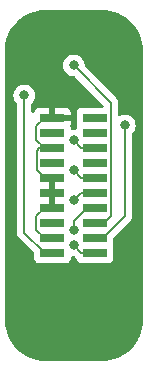
<source format=gbr>
%TF.GenerationSoftware,KiCad,Pcbnew,6.0.7-f9a2dced07~116~ubuntu22.04.1*%
%TF.CreationDate,2022-09-09T11:23:19-04:00*%
%TF.ProjectId,cti20-to-arm20-adapter,63746932-302d-4746-9f2d-61726d32302d,rev?*%
%TF.SameCoordinates,Original*%
%TF.FileFunction,Copper,L2,Bot*%
%TF.FilePolarity,Positive*%
%FSLAX46Y46*%
G04 Gerber Fmt 4.6, Leading zero omitted, Abs format (unit mm)*
G04 Created by KiCad (PCBNEW 6.0.7-f9a2dced07~116~ubuntu22.04.1) date 2022-09-09 11:23:19*
%MOMM*%
%LPD*%
G01*
G04 APERTURE LIST*
%TA.AperFunction,SMDPad,CuDef*%
%ADD10R,2.100000X0.750000*%
%TD*%
%TA.AperFunction,ViaPad*%
%ADD11C,0.800000*%
%TD*%
%TA.AperFunction,Conductor*%
%ADD12C,0.200000*%
%TD*%
G04 APERTURE END LIST*
D10*
%TO.P,J2,1,Pin_1*%
%TO.N,/TMS*%
X107972000Y-89535000D03*
%TO.P,J2,2,Pin_2*%
%TO.N,/TRST_N*%
X104372000Y-89535000D03*
%TO.P,J2,3,Pin_3*%
%TO.N,/TDI*%
X107972000Y-88265000D03*
%TO.P,J2,4,Pin_4*%
%TO.N,GND*%
X104372000Y-88265000D03*
%TO.P,J2,5,Pin_5*%
%TO.N,/VDD*%
X107972000Y-86995000D03*
%TO.P,J2,6,Pin_6*%
%TO.N,unconnected-(J2-Pad6)*%
X104372000Y-86995000D03*
%TO.P,J2,7,Pin_7*%
%TO.N,/TDO*%
X107972000Y-85725000D03*
%TO.P,J2,8,Pin_8*%
%TO.N,GND*%
X104372000Y-85725000D03*
%TO.P,J2,9,Pin_9*%
%TO.N,/RTCK*%
X107972000Y-84455000D03*
%TO.P,J2,10,Pin_10*%
%TO.N,GND*%
X104372000Y-84455000D03*
%TO.P,J2,11,Pin_11*%
%TO.N,/TCK*%
X107972000Y-83185000D03*
%TO.P,J2,12,Pin_12*%
%TO.N,GND*%
X104372000Y-83185000D03*
%TO.P,J2,13,Pin_13*%
%TO.N,unconnected-(J2-Pad13)*%
X107972000Y-81915000D03*
%TO.P,J2,14,Pin_14*%
%TO.N,unconnected-(J2-Pad14)*%
X104372000Y-81915000D03*
%TO.P,J2,15,Pin_15*%
%TO.N,/SRST_N*%
X107972000Y-80645000D03*
%TO.P,J2,16,Pin_16*%
%TO.N,GND*%
X104372000Y-80645000D03*
%TO.P,J2,17,Pin_17*%
%TO.N,unconnected-(J2-Pad17)*%
X107972000Y-79375000D03*
%TO.P,J2,18,Pin_18*%
%TO.N,unconnected-(J2-Pad18)*%
X104372000Y-79375000D03*
%TO.P,J2,19,Pin_19*%
%TO.N,unconnected-(J2-Pad19)*%
X107972000Y-78105000D03*
%TO.P,J2,20,Pin_20*%
%TO.N,GND*%
X104372000Y-78105000D03*
%TD*%
D11*
%TO.N,/VDD*%
X106172000Y-73660000D03*
%TO.N,/TRST_N*%
X101981000Y-76200000D03*
%TO.N,GND*%
X106172000Y-76200000D03*
X110109000Y-70358000D03*
X101727000Y-96901000D03*
X109347000Y-97536000D03*
X101092000Y-91440000D03*
X106172000Y-93980000D03*
X106299000Y-97663000D03*
X101092000Y-73660000D03*
X103124000Y-70231000D03*
%TO.N,/TDI*%
X110490000Y-78740000D03*
%TO.N,/TMS*%
X106172000Y-88900000D03*
%TO.N,/TCK*%
X106172000Y-82550000D03*
%TO.N,/RTCK*%
X106172000Y-85090000D03*
%TO.N,/TDO*%
X106172000Y-87630000D03*
%TO.N,/SRST_N*%
X106172000Y-80010000D03*
%TD*%
D12*
%TO.N,/VDD*%
X109322000Y-86400000D02*
X109322000Y-76810000D01*
X107972000Y-86995000D02*
X108727000Y-86995000D01*
X108727000Y-86995000D02*
X109322000Y-86400000D01*
X109322000Y-76810000D02*
X106172000Y-73660000D01*
%TO.N,/TRST_N*%
X104372000Y-89535000D02*
X103697000Y-89535000D01*
X103697000Y-89535000D02*
X101981000Y-87819000D01*
X101981000Y-87819000D02*
X101981000Y-76200000D01*
%TO.N,GND*%
X103697000Y-78105000D02*
X102997000Y-78805000D01*
X104372000Y-78105000D02*
X103697000Y-78105000D01*
X104372000Y-88265000D02*
X103697000Y-88265000D01*
X103022000Y-82510000D02*
X103022000Y-80874000D01*
X103697000Y-88265000D02*
X102997000Y-87565000D01*
X102997000Y-87565000D02*
X102997000Y-86425000D01*
X103697000Y-80645000D02*
X104372000Y-80645000D01*
X102997000Y-78805000D02*
X102997000Y-79945000D01*
X103022000Y-80874000D02*
X103251000Y-80645000D01*
X102997000Y-79945000D02*
X103697000Y-80645000D01*
X103697000Y-83185000D02*
X103022000Y-82510000D01*
X103251000Y-80645000D02*
X104372000Y-80645000D01*
X104372000Y-83185000D02*
X103697000Y-83185000D01*
X103697000Y-85725000D02*
X104372000Y-85725000D01*
X102997000Y-86425000D02*
X103697000Y-85725000D01*
%TO.N,/TDI*%
X110490000Y-86422000D02*
X110490000Y-78740000D01*
X107972000Y-88265000D02*
X108647000Y-88265000D01*
X108647000Y-88265000D02*
X110490000Y-86422000D01*
%TO.N,/TMS*%
X106807000Y-89535000D02*
X106172000Y-88900000D01*
X107972000Y-89535000D02*
X106807000Y-89535000D01*
%TO.N,/TCK*%
X107972000Y-83185000D02*
X106807000Y-83185000D01*
X106807000Y-83185000D02*
X106172000Y-82550000D01*
%TO.N,/RTCK*%
X107972000Y-84455000D02*
X106807000Y-84455000D01*
X106807000Y-84455000D02*
X106172000Y-85090000D01*
%TO.N,/TDO*%
X107297000Y-85725000D02*
X106172000Y-86850000D01*
X107972000Y-85725000D02*
X107297000Y-85725000D01*
X106172000Y-86850000D02*
X106172000Y-87630000D01*
%TO.N,/SRST_N*%
X107972000Y-80645000D02*
X106807000Y-80645000D01*
X106807000Y-80645000D02*
X106172000Y-80010000D01*
%TD*%
%TA.AperFunction,Conductor*%
%TO.N,GND*%
G36*
X107408564Y-68959036D02*
G01*
X108535235Y-68961397D01*
X108554354Y-68962897D01*
X108561048Y-68963939D01*
X108578724Y-68966691D01*
X108598079Y-68964160D01*
X108620594Y-68963248D01*
X108914876Y-68977706D01*
X108927170Y-68978916D01*
X109247751Y-69026471D01*
X109259857Y-69028878D01*
X109574233Y-69107625D01*
X109586065Y-69111214D01*
X109891202Y-69220394D01*
X109902626Y-69225126D01*
X109941606Y-69243562D01*
X110195594Y-69363689D01*
X110206495Y-69369516D01*
X110484467Y-69536126D01*
X110494742Y-69542992D01*
X110751966Y-69733763D01*
X110755046Y-69736047D01*
X110764603Y-69743891D01*
X111004729Y-69961527D01*
X111013473Y-69970271D01*
X111231109Y-70210397D01*
X111238951Y-70219951D01*
X111424495Y-70470126D01*
X111432004Y-70480251D01*
X111438874Y-70490533D01*
X111602599Y-70763691D01*
X111605484Y-70768505D01*
X111611311Y-70779406D01*
X111673510Y-70910916D01*
X111749874Y-71072374D01*
X111754606Y-71083798D01*
X111863786Y-71388935D01*
X111867375Y-71400765D01*
X111946122Y-71715143D01*
X111948531Y-71727258D01*
X111996083Y-72047825D01*
X111997294Y-72060124D01*
X112011255Y-72344284D01*
X112011390Y-72347034D01*
X112010042Y-72372598D01*
X112008309Y-72383724D01*
X112009474Y-72392630D01*
X112012436Y-72415283D01*
X112013500Y-72431621D01*
X112013500Y-95200633D01*
X112012000Y-95220018D01*
X112009690Y-95234851D01*
X112009690Y-95234855D01*
X112008309Y-95243724D01*
X112010840Y-95263079D01*
X112011752Y-95285594D01*
X111997295Y-95579867D01*
X111997295Y-95579870D01*
X111996084Y-95592170D01*
X111948532Y-95912738D01*
X111948531Y-95912742D01*
X111946122Y-95924857D01*
X111867377Y-96239226D01*
X111867375Y-96239233D01*
X111863786Y-96251065D01*
X111754606Y-96556202D01*
X111749874Y-96567626D01*
X111653261Y-96771899D01*
X111611313Y-96860590D01*
X111605484Y-96871495D01*
X111438874Y-97149467D01*
X111432004Y-97159749D01*
X111238953Y-97420046D01*
X111231109Y-97429603D01*
X111013473Y-97669729D01*
X111004729Y-97678473D01*
X110764603Y-97896109D01*
X110755049Y-97903951D01*
X110494742Y-98097008D01*
X110484467Y-98103874D01*
X110206495Y-98270484D01*
X110195594Y-98276311D01*
X110064084Y-98338510D01*
X109902626Y-98414874D01*
X109891202Y-98419606D01*
X109586065Y-98528786D01*
X109574235Y-98532375D01*
X109259857Y-98611122D01*
X109247751Y-98613529D01*
X108927170Y-98661084D01*
X108914876Y-98662294D01*
X108627962Y-98676390D01*
X108602402Y-98675042D01*
X108591276Y-98673309D01*
X108559714Y-98677436D01*
X108543379Y-98678500D01*
X103813432Y-98678500D01*
X103794046Y-98677000D01*
X103779212Y-98674690D01*
X103779211Y-98674690D01*
X103770342Y-98673309D01*
X103761439Y-98674473D01*
X103761438Y-98674473D01*
X103750990Y-98675839D01*
X103728473Y-98676751D01*
X103434196Y-98662292D01*
X103421898Y-98661080D01*
X103181860Y-98625472D01*
X103101332Y-98613526D01*
X103089204Y-98611114D01*
X102774831Y-98532364D01*
X102762999Y-98528774D01*
X102570651Y-98459950D01*
X102457870Y-98419595D01*
X102446456Y-98414867D01*
X102153514Y-98276313D01*
X102153491Y-98276302D01*
X102142586Y-98270473D01*
X101864624Y-98103867D01*
X101854343Y-98096998D01*
X101594055Y-97903953D01*
X101594034Y-97903937D01*
X101584488Y-97896103D01*
X101344353Y-97678456D01*
X101335611Y-97669713D01*
X101117981Y-97429592D01*
X101110137Y-97420034D01*
X100917086Y-97159733D01*
X100910216Y-97149451D01*
X100743614Y-96871489D01*
X100737785Y-96860585D01*
X100599223Y-96567618D01*
X100594491Y-96556194D01*
X100485312Y-96251059D01*
X100481723Y-96239226D01*
X100402981Y-95924865D01*
X100400569Y-95912738D01*
X100359788Y-95637818D01*
X100353016Y-95592168D01*
X100351805Y-95579867D01*
X100337886Y-95296517D01*
X100339479Y-95269439D01*
X100339829Y-95267355D01*
X100340637Y-95262552D01*
X100340790Y-95250000D01*
X100336813Y-95222230D01*
X100335540Y-95204425D01*
X100333310Y-90163891D01*
X100327131Y-76200000D01*
X101067496Y-76200000D01*
X101068186Y-76206565D01*
X101083950Y-76356548D01*
X101087458Y-76389928D01*
X101146473Y-76571556D01*
X101241960Y-76736944D01*
X101246378Y-76741851D01*
X101246379Y-76741852D01*
X101340136Y-76845980D01*
X101370854Y-76909987D01*
X101372500Y-76930290D01*
X101372500Y-87770864D01*
X101371422Y-87787307D01*
X101367250Y-87819000D01*
X101372500Y-87858880D01*
X101372500Y-87858885D01*
X101385565Y-87958124D01*
X101388162Y-87977851D01*
X101449476Y-88125876D01*
X101454503Y-88132427D01*
X101454504Y-88132429D01*
X101522520Y-88221069D01*
X101522526Y-88221075D01*
X101547013Y-88252987D01*
X101553568Y-88258017D01*
X101572379Y-88272452D01*
X101584770Y-88283319D01*
X102776595Y-89475144D01*
X102810621Y-89537456D01*
X102813500Y-89564239D01*
X102813500Y-89958134D01*
X102820255Y-90020316D01*
X102871385Y-90156705D01*
X102958739Y-90273261D01*
X103075295Y-90360615D01*
X103211684Y-90411745D01*
X103273866Y-90418500D01*
X105470134Y-90418500D01*
X105532316Y-90411745D01*
X105668705Y-90360615D01*
X105785261Y-90273261D01*
X105872615Y-90156705D01*
X105923745Y-90020316D01*
X105930500Y-89958134D01*
X105930500Y-89932397D01*
X105950502Y-89864276D01*
X106004158Y-89817783D01*
X106069668Y-89807087D01*
X106070058Y-89807128D01*
X106076513Y-89808500D01*
X106167761Y-89808500D01*
X106235882Y-89828502D01*
X106256856Y-89845405D01*
X106342685Y-89931234D01*
X106353552Y-89943625D01*
X106373013Y-89968987D01*
X106383702Y-89977189D01*
X106424981Y-90032921D01*
X106471385Y-90156705D01*
X106558739Y-90273261D01*
X106675295Y-90360615D01*
X106811684Y-90411745D01*
X106873866Y-90418500D01*
X109070134Y-90418500D01*
X109132316Y-90411745D01*
X109268705Y-90360615D01*
X109385261Y-90273261D01*
X109472615Y-90156705D01*
X109523745Y-90020316D01*
X109530500Y-89958134D01*
X109530500Y-89111866D01*
X109523745Y-89049684D01*
X109484212Y-88944230D01*
X109479029Y-88873422D01*
X109484212Y-88855770D01*
X109520971Y-88757715D01*
X109523745Y-88750316D01*
X109530500Y-88688134D01*
X109530500Y-88294239D01*
X109550502Y-88226118D01*
X109567405Y-88205144D01*
X110886234Y-86886315D01*
X110898625Y-86875448D01*
X110917437Y-86861013D01*
X110923987Y-86855987D01*
X110948474Y-86824075D01*
X110948478Y-86824071D01*
X111021524Y-86728876D01*
X111082838Y-86580851D01*
X111103751Y-86422000D01*
X111099578Y-86390301D01*
X111098500Y-86373856D01*
X111098500Y-79470290D01*
X111118502Y-79402169D01*
X111130864Y-79385980D01*
X111224621Y-79281852D01*
X111224622Y-79281851D01*
X111229040Y-79276944D01*
X111324527Y-79111556D01*
X111383542Y-78929928D01*
X111384517Y-78920657D01*
X111402814Y-78746565D01*
X111403504Y-78740000D01*
X111398855Y-78695770D01*
X111384232Y-78556635D01*
X111384232Y-78556633D01*
X111383542Y-78550072D01*
X111324527Y-78368444D01*
X111319075Y-78359000D01*
X111232341Y-78208774D01*
X111229040Y-78203056D01*
X111101253Y-78061134D01*
X110946752Y-77948882D01*
X110940724Y-77946198D01*
X110940722Y-77946197D01*
X110778319Y-77873891D01*
X110778318Y-77873891D01*
X110772288Y-77871206D01*
X110677227Y-77851000D01*
X110591944Y-77832872D01*
X110591939Y-77832872D01*
X110585487Y-77831500D01*
X110394513Y-77831500D01*
X110388061Y-77832872D01*
X110388056Y-77832872D01*
X110302773Y-77851000D01*
X110207712Y-77871206D01*
X110201685Y-77873889D01*
X110201677Y-77873892D01*
X110107748Y-77915712D01*
X110037381Y-77925146D01*
X109973084Y-77895039D01*
X109935271Y-77834950D01*
X109930500Y-77800605D01*
X109930500Y-76858136D01*
X109931578Y-76841690D01*
X109934672Y-76818188D01*
X109935750Y-76810000D01*
X109930500Y-76770120D01*
X109930500Y-76770115D01*
X109914838Y-76651150D01*
X109866770Y-76535103D01*
X109853524Y-76503124D01*
X109780478Y-76407929D01*
X109780474Y-76407925D01*
X109771482Y-76396206D01*
X109761016Y-76382566D01*
X109761013Y-76382563D01*
X109755987Y-76376013D01*
X109749432Y-76370983D01*
X109730621Y-76356548D01*
X109718230Y-76345681D01*
X107121719Y-73749170D01*
X107087693Y-73686858D01*
X107085159Y-73663284D01*
X107085504Y-73660000D01*
X107065542Y-73470072D01*
X107006527Y-73288444D01*
X106911040Y-73123056D01*
X106783253Y-72981134D01*
X106628752Y-72868882D01*
X106622724Y-72866198D01*
X106622722Y-72866197D01*
X106460319Y-72793891D01*
X106460318Y-72793891D01*
X106454288Y-72791206D01*
X106360887Y-72771353D01*
X106273944Y-72752872D01*
X106273939Y-72752872D01*
X106267487Y-72751500D01*
X106076513Y-72751500D01*
X106070061Y-72752872D01*
X106070056Y-72752872D01*
X105983113Y-72771353D01*
X105889712Y-72791206D01*
X105883682Y-72793891D01*
X105883681Y-72793891D01*
X105721278Y-72866197D01*
X105721276Y-72866198D01*
X105715248Y-72868882D01*
X105560747Y-72981134D01*
X105432960Y-73123056D01*
X105337473Y-73288444D01*
X105278458Y-73470072D01*
X105258496Y-73660000D01*
X105278458Y-73849928D01*
X105337473Y-74031556D01*
X105432960Y-74196944D01*
X105560747Y-74338866D01*
X105715248Y-74451118D01*
X105721276Y-74453802D01*
X105721278Y-74453803D01*
X105883681Y-74526109D01*
X105889712Y-74528794D01*
X105983113Y-74548647D01*
X106070056Y-74567128D01*
X106070061Y-74567128D01*
X106076513Y-74568500D01*
X106167761Y-74568500D01*
X106235882Y-74588502D01*
X106256856Y-74605405D01*
X108657856Y-77006405D01*
X108691882Y-77068717D01*
X108686817Y-77139532D01*
X108644270Y-77196368D01*
X108577750Y-77221179D01*
X108568761Y-77221500D01*
X106873866Y-77221500D01*
X106811684Y-77228255D01*
X106675295Y-77279385D01*
X106558739Y-77366739D01*
X106471385Y-77483295D01*
X106420255Y-77619684D01*
X106413500Y-77681866D01*
X106413500Y-78528134D01*
X106420255Y-78590316D01*
X106423029Y-78597715D01*
X106459788Y-78695770D01*
X106464971Y-78766578D01*
X106459788Y-78784230D01*
X106420255Y-78889684D01*
X106413500Y-78951866D01*
X106413500Y-78977603D01*
X106393498Y-79045724D01*
X106339842Y-79092217D01*
X106274332Y-79102913D01*
X106273942Y-79102872D01*
X106267487Y-79101500D01*
X106076513Y-79101500D01*
X106070058Y-79102872D01*
X106069668Y-79102913D01*
X105999830Y-79090140D01*
X105947984Y-79041637D01*
X105930500Y-78977603D01*
X105930500Y-78951866D01*
X105923745Y-78889684D01*
X105883945Y-78783518D01*
X105878762Y-78712710D01*
X105883945Y-78695058D01*
X105920478Y-78597606D01*
X105924105Y-78582351D01*
X105929631Y-78531486D01*
X105930000Y-78524672D01*
X105930000Y-78377115D01*
X105925525Y-78361876D01*
X105924135Y-78360671D01*
X105916452Y-78359000D01*
X104244000Y-78359000D01*
X104175879Y-78338998D01*
X104129386Y-78285342D01*
X104118000Y-78233000D01*
X104118000Y-77832885D01*
X104626000Y-77832885D01*
X104630475Y-77848124D01*
X104631865Y-77849329D01*
X104639548Y-77851000D01*
X105911884Y-77851000D01*
X105927123Y-77846525D01*
X105928328Y-77845135D01*
X105929999Y-77837452D01*
X105929999Y-77685331D01*
X105929629Y-77678510D01*
X105924105Y-77627648D01*
X105920479Y-77612396D01*
X105875324Y-77491946D01*
X105866786Y-77476351D01*
X105790285Y-77374276D01*
X105777724Y-77361715D01*
X105675649Y-77285214D01*
X105660054Y-77276676D01*
X105539606Y-77231522D01*
X105524351Y-77227895D01*
X105473486Y-77222369D01*
X105466672Y-77222000D01*
X104644115Y-77222000D01*
X104628876Y-77226475D01*
X104627671Y-77227865D01*
X104626000Y-77235548D01*
X104626000Y-77832885D01*
X104118000Y-77832885D01*
X104118000Y-77240116D01*
X104113525Y-77224877D01*
X104112135Y-77223672D01*
X104104452Y-77222001D01*
X103277331Y-77222001D01*
X103270510Y-77222371D01*
X103219648Y-77227895D01*
X103204396Y-77231521D01*
X103083946Y-77276676D01*
X103068351Y-77285214D01*
X102966276Y-77361715D01*
X102953715Y-77374276D01*
X102877214Y-77476351D01*
X102868676Y-77491946D01*
X102833482Y-77585825D01*
X102790840Y-77642589D01*
X102724279Y-77667289D01*
X102654930Y-77652081D01*
X102604812Y-77601795D01*
X102589500Y-77541595D01*
X102589500Y-76930290D01*
X102609502Y-76862169D01*
X102621864Y-76845980D01*
X102715621Y-76741852D01*
X102715622Y-76741851D01*
X102720040Y-76736944D01*
X102815527Y-76571556D01*
X102874542Y-76389928D01*
X102878051Y-76356548D01*
X102893814Y-76206565D01*
X102894504Y-76200000D01*
X102874542Y-76010072D01*
X102815527Y-75828444D01*
X102720040Y-75663056D01*
X102592253Y-75521134D01*
X102437752Y-75408882D01*
X102431724Y-75406198D01*
X102431722Y-75406197D01*
X102269319Y-75333891D01*
X102269318Y-75333891D01*
X102263288Y-75331206D01*
X102169887Y-75311353D01*
X102082944Y-75292872D01*
X102082939Y-75292872D01*
X102076487Y-75291500D01*
X101885513Y-75291500D01*
X101879061Y-75292872D01*
X101879056Y-75292872D01*
X101792113Y-75311353D01*
X101698712Y-75331206D01*
X101692682Y-75333891D01*
X101692681Y-75333891D01*
X101530278Y-75406197D01*
X101530276Y-75406198D01*
X101524248Y-75408882D01*
X101369747Y-75521134D01*
X101241960Y-75663056D01*
X101146473Y-75828444D01*
X101087458Y-76010072D01*
X101067496Y-76200000D01*
X100327131Y-76200000D01*
X100325462Y-72429157D01*
X100326961Y-72409725D01*
X100330631Y-72386158D01*
X100329467Y-72377253D01*
X100328101Y-72366804D01*
X100327189Y-72344284D01*
X100341647Y-72050013D01*
X100342859Y-72037708D01*
X100388911Y-71727258D01*
X100390413Y-71717133D01*
X100392824Y-71705010D01*
X100417328Y-71607188D01*
X100471570Y-71390643D01*
X100475159Y-71378811D01*
X100584339Y-71073674D01*
X100589071Y-71062250D01*
X100727632Y-70769285D01*
X100733461Y-70758380D01*
X100900072Y-70480407D01*
X100906942Y-70470126D01*
X101099992Y-70209826D01*
X101107836Y-70200268D01*
X101325474Y-69960140D01*
X101334217Y-69951397D01*
X101574336Y-69733763D01*
X101583894Y-69725918D01*
X101844206Y-69532855D01*
X101854487Y-69525986D01*
X101903259Y-69496752D01*
X102132463Y-69359370D01*
X102143344Y-69353553D01*
X102436325Y-69214981D01*
X102447732Y-69210256D01*
X102752885Y-69101066D01*
X102764693Y-69097484D01*
X103079083Y-69018729D01*
X103091201Y-69016319D01*
X103411775Y-68968762D01*
X103424079Y-68967550D01*
X103493066Y-68964160D01*
X103710791Y-68953461D01*
X103736357Y-68954809D01*
X103738795Y-68955188D01*
X103738796Y-68955188D01*
X103747672Y-68956570D01*
X103778568Y-68952529D01*
X103795156Y-68951466D01*
X107408564Y-68959036D01*
G37*
%TD.AperFunction*%
%TA.AperFunction,Conductor*%
G36*
X104568121Y-82951002D02*
G01*
X104614614Y-83004658D01*
X104626000Y-83057000D01*
X104626000Y-85853000D01*
X104605998Y-85921121D01*
X104552342Y-85967614D01*
X104500000Y-85979000D01*
X104244000Y-85979000D01*
X104175879Y-85958998D01*
X104129386Y-85905342D01*
X104118000Y-85853000D01*
X104118000Y-83057000D01*
X104138002Y-82988879D01*
X104191658Y-82942386D01*
X104244000Y-82931000D01*
X104500000Y-82931000D01*
X104568121Y-82951002D01*
G37*
%TD.AperFunction*%
%TD*%
M02*

</source>
